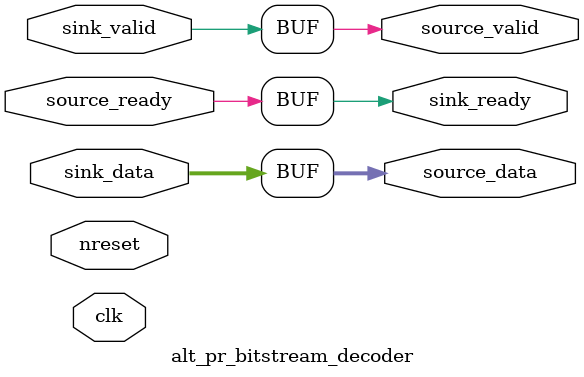
<source format=sv>


module alt_pr_bitstream_decoder#(
    parameter DATA_WIDTH                    = 16, // Supports 16 only if enhanced compression is enabled.
    parameter ENABLE_ENHANCED_DECOMPRESSION = 0
) (
    input  logic                   clk,
    input  logic                   nreset,

    input  logic                   sink_valid,
    input  logic[DATA_WIDTH - 1:0] sink_data,
    output logic                   sink_ready,

    output logic                   source_valid,
    output logic[DATA_WIDTH - 1:0] source_data,
    input  logic                   source_ready
);
    generate
        if (ENABLE_ENHANCED_DECOMPRESSION) begin
            logic stage1_valid;
            logic[DATA_WIDTH - 1:0] state1_data;
            logic stage1_ready;

            logic is_enhanced_compressed_bitstream;

            alt_pr_enhanced_compression_magic_words_decoder_and_suppressor#(
                .DATA_WIDTH(DATA_WIDTH)
            ) alt_pr_enhanced_compression_magic_words_decoder_and_suppressor (
                .clk(clk),
                .nreset(nreset),

                .sink_valid(sink_valid),
                .sink_data(sink_data),
                .sink_ready(sink_ready),

                .source_valid(stage1_valid),
                .source_data(state1_data),
                .source_ready(stage1_ready),

                .is_enhanced_compressed_bitstream(is_enhanced_compressed_bitstream)
            );

            alt_pr_enhanced_decompressor#(
                .DATA_WIDTH(DATA_WIDTH)
            ) alt_pr_enhanced_decompressor (
                .clk(clk),
                .nreset(nreset),

                .enable(is_enhanced_compressed_bitstream),

                .sink_valid(stage1_valid),
                .sink_data(state1_data),
                .sink_ready(stage1_ready),

                .source_valid(source_valid),
                .source_data(source_data),
                .source_ready(source_ready)
            );
        end else begin
            assign sink_ready = source_ready;

            assign source_valid = sink_valid;
            assign source_data = sink_data;
        end
    endgenerate
endmodule

</source>
